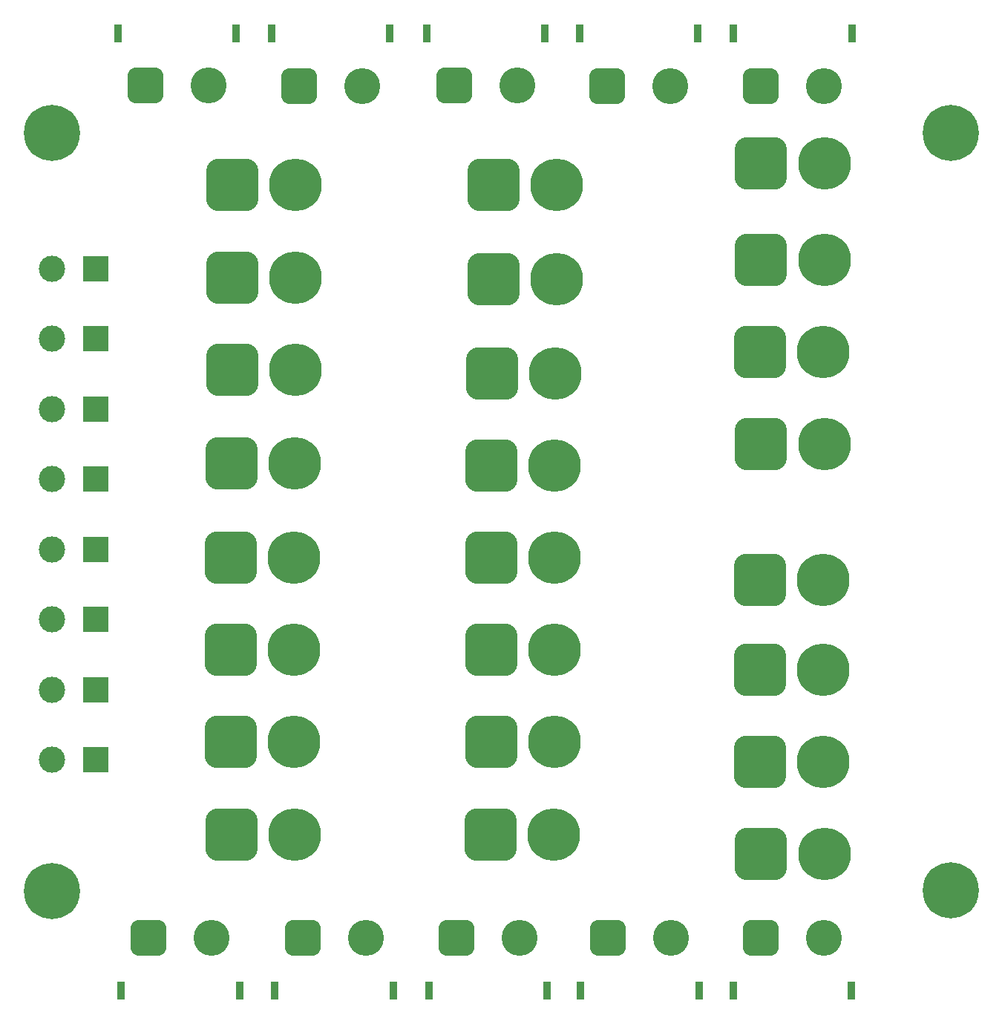
<source format=gbr>
%TF.GenerationSoftware,KiCad,Pcbnew,8.0.3*%
%TF.CreationDate,2024-08-18T03:13:31+02:00*%
%TF.ProjectId,terminal_block,7465726d-696e-4616-9c5f-626c6f636b2e,1*%
%TF.SameCoordinates,Original*%
%TF.FileFunction,Soldermask,Top*%
%TF.FilePolarity,Negative*%
%FSLAX46Y46*%
G04 Gerber Fmt 4.6, Leading zero omitted, Abs format (unit mm)*
G04 Created by KiCad (PCBNEW 8.0.3) date 2024-08-18 03:13:31*
%MOMM*%
%LPD*%
G01*
G04 APERTURE LIST*
G04 Aperture macros list*
%AMRoundRect*
0 Rectangle with rounded corners*
0 $1 Rounding radius*
0 $2 $3 $4 $5 $6 $7 $8 $9 X,Y pos of 4 corners*
0 Add a 4 corners polygon primitive as box body*
4,1,4,$2,$3,$4,$5,$6,$7,$8,$9,$2,$3,0*
0 Add four circle primitives for the rounded corners*
1,1,$1+$1,$2,$3*
1,1,$1+$1,$4,$5*
1,1,$1+$1,$6,$7*
1,1,$1+$1,$8,$9*
0 Add four rect primitives between the rounded corners*
20,1,$1+$1,$2,$3,$4,$5,0*
20,1,$1+$1,$4,$5,$6,$7,0*
20,1,$1+$1,$6,$7,$8,$9,0*
20,1,$1+$1,$8,$9,$2,$3,0*%
G04 Aperture macros list end*
%ADD10R,0.900000X2.000000*%
%ADD11RoundRect,1.025000X1.025000X1.025000X-1.025000X1.025000X-1.025000X-1.025000X1.025000X-1.025000X0*%
%ADD12C,4.100000*%
%ADD13RoundRect,1.025000X-1.025000X-1.025000X1.025000X-1.025000X1.025000X1.025000X-1.025000X1.025000X0*%
%ADD14RoundRect,1.500000X-1.500000X-1.500000X1.500000X-1.500000X1.500000X1.500000X-1.500000X1.500000X0*%
%ADD15C,6.000000*%
%ADD16C,0.800000*%
%ADD17C,6.400000*%
%ADD18R,3.000000X3.000000*%
%ADD19C,3.000000*%
G04 APERTURE END LIST*
D10*
%TO.C,J23*%
X111892879Y-145842848D03*
X98392879Y-145842848D03*
D11*
X101542879Y-139842848D03*
D12*
X108742879Y-139842848D03*
%TD*%
D10*
%TO.C,J38*%
X98000000Y-36650000D03*
X111500000Y-36650000D03*
D13*
X101150000Y-42650000D03*
D12*
X108350000Y-42650000D03*
%TD*%
D10*
%TO.C,J33*%
X150694698Y-36688150D03*
X164194698Y-36688150D03*
D13*
X153844698Y-42688150D03*
D12*
X161044698Y-42688150D03*
%TD*%
D14*
%TO.C,J21*%
X140900000Y-54000000D03*
D15*
X148100000Y-54000000D03*
%TD*%
D16*
%TO.C,H2*%
X88100000Y-134500000D03*
X88802944Y-132802944D03*
X88802944Y-136197056D03*
X90500000Y-132100000D03*
D17*
X90500000Y-134500000D03*
D16*
X90500000Y-136900000D03*
X92197056Y-132802944D03*
X92197056Y-136197056D03*
X92900000Y-134500000D03*
%TD*%
D10*
%TO.C,J18*%
X181713731Y-145841046D03*
X168213731Y-145841046D03*
D11*
X171363731Y-139841046D03*
D12*
X178563731Y-139841046D03*
%TD*%
D14*
%TO.C,J30*%
X171400000Y-51500000D03*
D15*
X178600000Y-51500000D03*
%TD*%
D14*
%TO.C,J25*%
X140600000Y-117500000D03*
D15*
X147800000Y-117500000D03*
%TD*%
D18*
%TO.C,J41*%
X95500000Y-95500000D03*
D19*
X90500000Y-95500000D03*
%TD*%
D10*
%TO.C,J15*%
X164290791Y-145820395D03*
X150790791Y-145820395D03*
D11*
X153940791Y-139820395D03*
D12*
X161140791Y-139820395D03*
%TD*%
D14*
%TO.C,J17*%
X171300000Y-119750000D03*
D15*
X178500000Y-119750000D03*
%TD*%
D16*
%TO.C,H2*%
X190600000Y-134400000D03*
X191302944Y-132702944D03*
X191302944Y-136097056D03*
X193000000Y-132000000D03*
D17*
X193000000Y-134400000D03*
D16*
X193000000Y-136800000D03*
X194697056Y-132702944D03*
X194697056Y-136097056D03*
X195400000Y-134400000D03*
%TD*%
D14*
%TO.C,J8*%
X111000000Y-85750000D03*
D15*
X118200000Y-85750000D03*
%TD*%
D14*
%TO.C,J19*%
X171400000Y-83500000D03*
D15*
X178600000Y-83500000D03*
%TD*%
D14*
%TO.C,J24*%
X140700000Y-75500000D03*
D15*
X147900000Y-75500000D03*
%TD*%
D14*
%TO.C,J5*%
X111100000Y-54000000D03*
D15*
X118300000Y-54000000D03*
%TD*%
D10*
%TO.C,J9*%
X146999999Y-145820395D03*
X133499999Y-145820395D03*
D11*
X136649999Y-139820395D03*
D12*
X143849999Y-139820395D03*
%TD*%
D16*
%TO.C,*%
X194697056Y-49697056D03*
%TD*%
%TO.C,H2*%
X88100000Y-48000000D03*
X88802944Y-46302944D03*
X88802944Y-49697056D03*
X90500000Y-45600000D03*
D17*
X90500000Y-48000000D03*
D16*
X90500000Y-50400000D03*
X92197056Y-46302944D03*
X92197056Y-49697056D03*
X92900000Y-48000000D03*
%TD*%
D10*
%TO.C,J29*%
X115552691Y-36726232D03*
X129052691Y-36726232D03*
D13*
X118702691Y-42726232D03*
D12*
X125902691Y-42726232D03*
%TD*%
D14*
%TO.C,J16*%
X171400000Y-130250000D03*
D15*
X178600000Y-130250000D03*
%TD*%
D18*
%TO.C,J34*%
X95500000Y-63500000D03*
D19*
X90500000Y-63500000D03*
%TD*%
D10*
%TO.C,J32*%
X168243031Y-36719272D03*
X181743031Y-36719272D03*
D13*
X171393031Y-42719272D03*
D12*
X178593031Y-42719272D03*
%TD*%
D14*
%TO.C,J31*%
X171400000Y-62500000D03*
D15*
X178600000Y-62500000D03*
%TD*%
D16*
%TO.C,*%
X193000000Y-132000000D03*
%TD*%
D14*
%TO.C,J7*%
X111100000Y-75000000D03*
D15*
X118300000Y-75000000D03*
%TD*%
D14*
%TO.C,J14*%
X171300000Y-109250000D03*
D15*
X178500000Y-109250000D03*
%TD*%
D10*
%TO.C,J10*%
X129431164Y-145850919D03*
X115931164Y-145850919D03*
D11*
X119081164Y-139850919D03*
D12*
X126281164Y-139850919D03*
%TD*%
D14*
%TO.C,J2*%
X110900000Y-117500000D03*
D15*
X118100000Y-117500000D03*
%TD*%
D14*
%TO.C,J20*%
X171300000Y-73000000D03*
D15*
X178500000Y-73000000D03*
%TD*%
D14*
%TO.C,J28*%
X140600000Y-96500000D03*
D15*
X147800000Y-96500000D03*
%TD*%
D14*
%TO.C,J1*%
X110900000Y-107000000D03*
D15*
X118100000Y-107000000D03*
%TD*%
D16*
%TO.C,H2*%
X190600000Y-48000000D03*
X191302944Y-46302944D03*
X191302944Y-49697056D03*
X193000000Y-45600000D03*
D17*
X193000000Y-48000000D03*
D16*
X193000000Y-50400000D03*
X194697056Y-46302944D03*
X194697056Y-49697056D03*
X195400000Y-48000000D03*
%TD*%
D18*
%TO.C,J36*%
X95500000Y-79500000D03*
D19*
X90500000Y-79500000D03*
%TD*%
D14*
%TO.C,J26*%
X140500000Y-128000000D03*
D15*
X147700000Y-128000000D03*
%TD*%
D18*
%TO.C,J37*%
X95500000Y-87500000D03*
D19*
X90500000Y-87500000D03*
%TD*%
D18*
%TO.C,J45*%
X95500000Y-119500000D03*
D19*
X90500000Y-119500000D03*
%TD*%
D17*
%TO.C,*%
X90500000Y-134500000D03*
%TD*%
D18*
%TO.C,J43*%
X95500000Y-111500000D03*
D19*
X90500000Y-111500000D03*
%TD*%
D17*
%TO.C,*%
X90500000Y-48000000D03*
%TD*%
D18*
%TO.C,J42*%
X95500000Y-103500000D03*
D19*
X90500000Y-103500000D03*
%TD*%
D10*
%TO.C,J27*%
X133250000Y-36650000D03*
X146750000Y-36650000D03*
D13*
X136400000Y-42650000D03*
D12*
X143600000Y-42650000D03*
%TD*%
D18*
%TO.C,J35*%
X95500000Y-71500000D03*
D19*
X90500000Y-71500000D03*
%TD*%
D14*
%TO.C,J22*%
X140900000Y-64750000D03*
D15*
X148100000Y-64750000D03*
%TD*%
D14*
%TO.C,J3*%
X111000000Y-128000000D03*
D15*
X118200000Y-128000000D03*
%TD*%
D14*
%TO.C,J13*%
X171300000Y-99000000D03*
D15*
X178500000Y-99000000D03*
%TD*%
D14*
%TO.C,J4*%
X110900000Y-96500000D03*
D15*
X118100000Y-96500000D03*
%TD*%
D14*
%TO.C,J12*%
X140600000Y-107000000D03*
D15*
X147800000Y-107000000D03*
%TD*%
D14*
%TO.C,J11*%
X140600000Y-86000000D03*
D15*
X147800000Y-86000000D03*
%TD*%
D14*
%TO.C,J6*%
X111100000Y-64500000D03*
D15*
X118300000Y-64500000D03*
%TD*%
M02*

</source>
